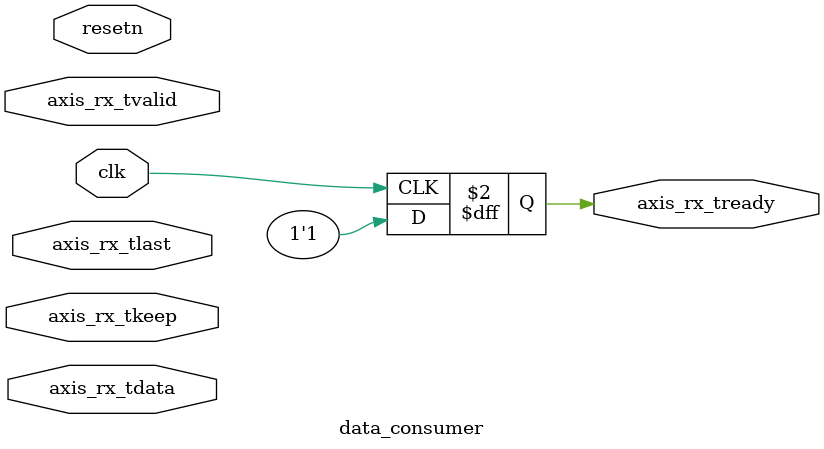
<source format=v>
module data_consumer # (parameter DW=128)
(
    input           clk, resetn,

    input[DW-1:0]   axis_rx_tdata,
    input[DW/8-1:0] axis_rx_tkeep,
    input           axis_rx_tlast,
    input           axis_rx_tvalid,
    output reg      axis_rx_tready
);

always @(posedge clk) begin
    axis_rx_tready <= 1;
end

endmodule

</source>
